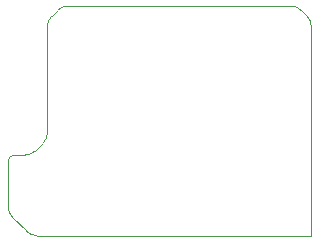
<source format=gm1>
%TF.GenerationSoftware,KiCad,Pcbnew,9.0.1-129-g6cd3a802a7*%
%TF.CreationDate,2025-04-11T15:22:26+02:00*%
%TF.ProjectId,LowCapacitanceProbe,4c6f7743-6170-4616-9369-74616e636550,1.0.0*%
%TF.SameCoordinates,PX22404f8PY679ca88*%
%TF.FileFunction,Profile,NP*%
%FSLAX45Y45*%
G04 Gerber Fmt 4.5, Leading zero omitted, Abs format (unit mm)*
G04 Created by KiCad (PCBNEW 9.0.1-129-g6cd3a802a7) date 2025-04-11 15:22:26*
%MOMM*%
%LPD*%
G01*
G04 APERTURE LIST*
%TA.AperFunction,Profile*%
%ADD10C,0.100000*%
%TD*%
G04 APERTURE END LIST*
D10*
X229640Y718140D02*
G75*
G02*
X145457Y682996I-84850J84850D01*
G01*
X419610Y1908360D02*
G75*
G02*
X505125Y1943504I84850J-84850D01*
G01*
X156728Y35148D02*
X35148Y156728D01*
X331500Y1770540D02*
G75*
G02*
X367235Y1855984I120040J-10D01*
G01*
X0Y633000D02*
G75*
G02*
X50000Y683000I50000J0D01*
G01*
X0Y241581D02*
X0Y633000D01*
X415500Y0D02*
X241580Y0D01*
X367235Y1855985D02*
X419610Y1908360D01*
X229640Y718140D02*
X296925Y785425D01*
X2479745Y1907755D02*
X2531860Y1855640D01*
X505125Y1943500D02*
X2394290Y1943500D01*
X241580Y0D02*
G75*
G02*
X156727Y35147I0J120000D01*
G01*
X35148Y156728D02*
G75*
G02*
X0Y241581I84852J84852D01*
G01*
X331500Y869720D02*
G75*
G02*
X296924Y785426I-120040J0D01*
G01*
X2567000Y0D02*
X415500Y0D01*
X50000Y683000D02*
X145457Y683000D01*
X2567000Y1770125D02*
X2567000Y0D01*
X2531860Y1855640D02*
G75*
G02*
X2567004Y1770125I-84850J-84850D01*
G01*
X2394290Y1943500D02*
G75*
G02*
X2479744Y1907754I-10J-120040D01*
G01*
X331500Y869720D02*
X331500Y1770540D01*
M02*

</source>
